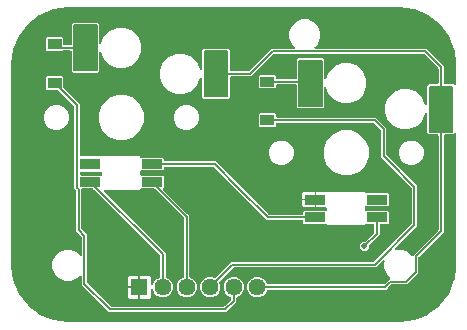
<source format=gbl>
G04 EAGLE Gerber RS-274X export*
G75*
%MOMM*%
%FSLAX34Y34*%
%LPD*%
%INBottom Copper*%
%IPPOS*%
%AMOC8*
5,1,8,0,0,1.08239X$1,22.5*%
G01*
G04 Define Apertures*
%ADD10R,1.220000X0.910000*%
%ADD11R,1.800000X0.820000*%
%ADD12C,0.166000*%
%ADD13R,1.440000X1.440000*%
%ADD14C,1.440000*%
%ADD15C,0.502400*%
%ADD16C,0.200000*%
%ADD17C,0.152400*%
G36*
X140631Y-173241D02*
X140500Y-173250D01*
X-140500Y-173250D01*
X-140631Y-173241D01*
X-152795Y-171640D01*
X-153047Y-171572D01*
X-164383Y-166877D01*
X-164609Y-166747D01*
X-174343Y-159277D01*
X-174527Y-159093D01*
X-181997Y-149359D01*
X-182127Y-149133D01*
X-186822Y-137797D01*
X-186890Y-137545D01*
X-188491Y-125381D01*
X-188500Y-125250D01*
X-188500Y45250D01*
X-188491Y45381D01*
X-186890Y57545D01*
X-186822Y57797D01*
X-182127Y69133D01*
X-181997Y69359D01*
X-174527Y79093D01*
X-174343Y79277D01*
X-164609Y86747D01*
X-164383Y86877D01*
X-153047Y91572D01*
X-152795Y91640D01*
X-140631Y93241D01*
X-140500Y93250D01*
X140500Y93250D01*
X140631Y93241D01*
X152795Y91640D01*
X153047Y91572D01*
X164383Y86877D01*
X164609Y86747D01*
X174343Y79277D01*
X174527Y79093D01*
X181997Y69359D01*
X182127Y69133D01*
X186822Y57797D01*
X186890Y57545D01*
X188491Y45381D01*
X188500Y45250D01*
X188500Y28224D01*
X188438Y27879D01*
X188229Y27540D01*
X187905Y27310D01*
X187516Y27224D01*
X187125Y27297D01*
X186793Y27517D01*
X186040Y28270D01*
X178895Y28270D01*
X178535Y28337D01*
X178199Y28552D01*
X177974Y28880D01*
X177895Y29270D01*
X177895Y43515D01*
X163140Y58270D01*
X69069Y58270D01*
X68723Y58332D01*
X68385Y58541D01*
X68155Y58865D01*
X68069Y59254D01*
X68142Y59645D01*
X68362Y59977D01*
X71021Y62636D01*
X73000Y67414D01*
X73000Y72586D01*
X71021Y77364D01*
X67364Y81021D01*
X62586Y83000D01*
X57414Y83000D01*
X52636Y81021D01*
X48979Y77364D01*
X47000Y72586D01*
X47000Y67414D01*
X48979Y62636D01*
X51638Y59977D01*
X51839Y59689D01*
X51931Y59302D01*
X51864Y58910D01*
X51649Y58574D01*
X51321Y58349D01*
X50931Y58270D01*
X31860Y58270D01*
X13153Y39563D01*
X12836Y39349D01*
X12446Y39270D01*
X-2230Y39270D01*
X-2591Y39337D01*
X-2926Y39552D01*
X-3151Y39880D01*
X-3230Y40270D01*
X-3230Y57040D01*
X-4460Y58270D01*
X-25290Y58270D01*
X-26520Y57040D01*
X-26520Y41232D01*
X-26579Y40894D01*
X-26785Y40554D01*
X-27108Y40321D01*
X-27496Y40233D01*
X-27888Y40302D01*
X-28221Y40520D01*
X-28444Y40850D01*
X-30838Y46630D01*
X-35620Y51412D01*
X-41868Y54000D01*
X-48632Y54000D01*
X-54880Y51412D01*
X-59662Y46630D01*
X-62250Y40382D01*
X-62250Y33618D01*
X-59662Y27370D01*
X-54880Y22588D01*
X-48632Y20000D01*
X-41868Y20000D01*
X-35620Y22588D01*
X-30838Y27370D01*
X-28444Y33150D01*
X-28260Y33440D01*
X-27939Y33676D01*
X-27552Y33767D01*
X-27160Y33700D01*
X-26824Y33486D01*
X-26599Y33158D01*
X-26520Y32768D01*
X-26520Y16960D01*
X-25290Y15730D01*
X-4460Y15730D01*
X-3230Y16960D01*
X-3230Y33730D01*
X-3163Y34091D01*
X-2948Y34426D01*
X-2620Y34651D01*
X-2230Y34730D01*
X14740Y34730D01*
X33447Y53437D01*
X33764Y53651D01*
X34154Y53730D01*
X160846Y53730D01*
X161221Y53657D01*
X161553Y53437D01*
X173062Y41928D01*
X173276Y41611D01*
X173355Y41221D01*
X173355Y29270D01*
X173288Y28910D01*
X173073Y28574D01*
X172745Y28349D01*
X172355Y28270D01*
X165210Y28270D01*
X163980Y27040D01*
X163980Y11232D01*
X163921Y10894D01*
X163715Y10554D01*
X163392Y10321D01*
X163004Y10233D01*
X162612Y10302D01*
X162279Y10520D01*
X162056Y10850D01*
X159662Y16630D01*
X154880Y21412D01*
X148632Y24000D01*
X141868Y24000D01*
X135620Y21412D01*
X130838Y16630D01*
X128250Y10382D01*
X128250Y3618D01*
X130838Y-2630D01*
X135620Y-7412D01*
X141868Y-10000D01*
X148632Y-10000D01*
X154880Y-7412D01*
X159662Y-2630D01*
X162056Y3150D01*
X162240Y3440D01*
X162561Y3676D01*
X162948Y3767D01*
X163341Y3700D01*
X163676Y3486D01*
X163901Y3158D01*
X163980Y2768D01*
X163980Y-13040D01*
X165210Y-14270D01*
X172355Y-14270D01*
X172716Y-14337D01*
X173051Y-14552D01*
X173276Y-14880D01*
X173355Y-15270D01*
X173355Y-95057D01*
X173282Y-95432D01*
X173062Y-95764D01*
X151938Y-116889D01*
X151635Y-117096D01*
X151247Y-117181D01*
X150855Y-117108D01*
X150523Y-116889D01*
X147864Y-114229D01*
X143086Y-112250D01*
X137914Y-112250D01*
X137516Y-112415D01*
X137181Y-112490D01*
X136788Y-112429D01*
X136449Y-112220D01*
X136219Y-111896D01*
X136134Y-111507D01*
X136207Y-111116D01*
X136426Y-110784D01*
X155170Y-92040D01*
X155170Y-57560D01*
X129363Y-31753D01*
X129149Y-31436D01*
X129070Y-31046D01*
X129070Y-8760D01*
X120330Y-20D01*
X36870Y-20D01*
X36510Y47D01*
X36174Y262D01*
X35949Y590D01*
X35870Y980D01*
X35870Y2786D01*
X35126Y3530D01*
X21874Y3530D01*
X21130Y2786D01*
X21130Y-7366D01*
X21874Y-8110D01*
X35126Y-8110D01*
X35870Y-7366D01*
X35870Y-5560D01*
X35937Y-5200D01*
X36152Y-4864D01*
X36480Y-4639D01*
X36870Y-4560D01*
X118036Y-4560D01*
X118411Y-4633D01*
X118743Y-4853D01*
X124237Y-10347D01*
X124451Y-10664D01*
X124530Y-11054D01*
X124530Y-33340D01*
X150337Y-59147D01*
X150551Y-59464D01*
X150630Y-59854D01*
X150630Y-89746D01*
X150557Y-90121D01*
X150337Y-90453D01*
X118653Y-122137D01*
X118336Y-122351D01*
X117946Y-122430D01*
X-2040Y-122430D01*
X-15315Y-135705D01*
X-15625Y-135915D01*
X-16014Y-135997D01*
X-16405Y-135921D01*
X-18315Y-135130D01*
X-21685Y-135130D01*
X-24798Y-136420D01*
X-27181Y-138802D01*
X-28470Y-141915D01*
X-28470Y-145285D01*
X-27181Y-148398D01*
X-24798Y-150781D01*
X-21685Y-152070D01*
X-18315Y-152070D01*
X-15202Y-150781D01*
X-12820Y-148398D01*
X-11530Y-145285D01*
X-11530Y-141915D01*
X-12321Y-140005D01*
X-12397Y-139638D01*
X-12324Y-139247D01*
X-12105Y-138915D01*
X-453Y-127263D01*
X-136Y-127049D01*
X254Y-126970D01*
X120240Y-126970D01*
X126034Y-121176D01*
X126315Y-120979D01*
X126701Y-120884D01*
X127094Y-120948D01*
X127431Y-121160D01*
X127659Y-121486D01*
X127741Y-121876D01*
X127665Y-122266D01*
X127500Y-122664D01*
X127500Y-127836D01*
X129479Y-132614D01*
X132139Y-135273D01*
X132346Y-135576D01*
X132431Y-135965D01*
X132358Y-136356D01*
X132139Y-136688D01*
X130363Y-138463D01*
X127789Y-141037D01*
X127472Y-141251D01*
X127082Y-141330D01*
X28896Y-141330D01*
X28528Y-141260D01*
X28194Y-141043D01*
X27972Y-140713D01*
X27181Y-138802D01*
X24798Y-136420D01*
X21685Y-135130D01*
X18315Y-135130D01*
X15202Y-136420D01*
X12820Y-138802D01*
X11530Y-141915D01*
X11530Y-145285D01*
X12820Y-148398D01*
X15202Y-150781D01*
X18315Y-152070D01*
X21685Y-152070D01*
X24798Y-150781D01*
X27181Y-148398D01*
X27972Y-146487D01*
X28178Y-146174D01*
X28506Y-145949D01*
X28896Y-145870D01*
X129040Y-145870D01*
X130389Y-144522D01*
X130443Y-144243D01*
X130663Y-143911D01*
X133237Y-141337D01*
X133554Y-141123D01*
X133944Y-141044D01*
X147042Y-141044D01*
X156294Y-131792D01*
X156294Y-118694D01*
X156367Y-118319D01*
X156587Y-117987D01*
X175936Y-98638D01*
X176253Y-98424D01*
X176546Y-98365D01*
X177895Y-97015D01*
X177895Y-15270D01*
X177962Y-14910D01*
X178177Y-14574D01*
X178505Y-14349D01*
X178895Y-14270D01*
X186040Y-14270D01*
X186793Y-13517D01*
X187081Y-13316D01*
X187468Y-13225D01*
X187861Y-13291D01*
X188196Y-13506D01*
X188421Y-13834D01*
X188500Y-14224D01*
X188500Y-125250D01*
X188491Y-125381D01*
X186890Y-137545D01*
X186822Y-137797D01*
X182127Y-149133D01*
X181997Y-149359D01*
X174527Y-159093D01*
X174343Y-159277D01*
X164609Y-166747D01*
X164383Y-166877D01*
X153047Y-171572D01*
X152795Y-171640D01*
X140631Y-173241D01*
G37*
%LPC*%
G36*
X-136040Y37730D02*
X-115210Y37730D01*
X-113980Y38960D01*
X-113980Y54768D01*
X-113921Y55106D01*
X-113715Y55446D01*
X-113392Y55679D01*
X-113004Y55767D01*
X-112612Y55698D01*
X-112279Y55480D01*
X-112056Y55150D01*
X-109662Y49370D01*
X-104880Y44588D01*
X-98632Y42000D01*
X-91868Y42000D01*
X-85620Y44588D01*
X-80838Y49370D01*
X-78250Y55618D01*
X-78250Y62382D01*
X-80838Y68630D01*
X-85620Y73412D01*
X-91868Y76000D01*
X-98632Y76000D01*
X-104880Y73412D01*
X-109662Y68630D01*
X-112056Y62850D01*
X-112240Y62560D01*
X-112561Y62324D01*
X-112948Y62233D01*
X-113341Y62300D01*
X-113676Y62514D01*
X-113901Y62842D01*
X-113980Y63232D01*
X-113980Y79040D01*
X-115210Y80270D01*
X-136040Y80270D01*
X-137270Y79040D01*
X-137270Y62270D01*
X-137337Y61910D01*
X-137552Y61574D01*
X-137880Y61349D01*
X-138270Y61270D01*
X-143330Y61270D01*
X-143691Y61337D01*
X-144026Y61552D01*
X-144251Y61880D01*
X-144330Y62270D01*
X-144330Y67266D01*
X-145074Y68010D01*
X-158326Y68010D01*
X-159070Y67266D01*
X-159070Y57114D01*
X-158326Y56370D01*
X-145074Y56370D01*
X-145007Y56437D01*
X-144690Y56651D01*
X-144300Y56730D01*
X-138270Y56730D01*
X-137910Y56663D01*
X-137574Y56448D01*
X-137349Y56120D01*
X-137270Y55730D01*
X-137270Y38960D01*
X-136040Y37730D01*
G37*
G36*
X54460Y7730D02*
X75290Y7730D01*
X76520Y8960D01*
X76520Y24768D01*
X76579Y25106D01*
X76785Y25446D01*
X77108Y25679D01*
X77496Y25767D01*
X77888Y25698D01*
X78221Y25480D01*
X78444Y25150D01*
X80838Y19370D01*
X85620Y14588D01*
X91868Y12000D01*
X98632Y12000D01*
X104880Y14588D01*
X109662Y19370D01*
X112250Y25618D01*
X112250Y32382D01*
X109662Y38630D01*
X104880Y43412D01*
X98632Y46000D01*
X91868Y46000D01*
X85620Y43412D01*
X80838Y38630D01*
X78444Y32850D01*
X78260Y32560D01*
X77939Y32324D01*
X77552Y32233D01*
X77160Y32300D01*
X76824Y32514D01*
X76599Y32842D01*
X76520Y33232D01*
X76520Y49040D01*
X75290Y50270D01*
X54460Y50270D01*
X53230Y49040D01*
X53230Y33680D01*
X53163Y33320D01*
X52948Y32984D01*
X52620Y32759D01*
X52230Y32680D01*
X36870Y32680D01*
X36510Y32747D01*
X36174Y32962D01*
X35949Y33290D01*
X35870Y33680D01*
X35870Y35486D01*
X35126Y36230D01*
X21874Y36230D01*
X21130Y35486D01*
X21130Y25334D01*
X21874Y24590D01*
X35126Y24590D01*
X35870Y25334D01*
X35870Y27140D01*
X35937Y27501D01*
X36152Y27836D01*
X36480Y28061D01*
X36870Y28140D01*
X52230Y28140D01*
X52591Y28073D01*
X52926Y27858D01*
X53151Y27530D01*
X53230Y27140D01*
X53230Y8960D01*
X54460Y7730D01*
G37*
G36*
X-105740Y-164570D02*
X-6160Y-164570D01*
X2270Y-156140D01*
X2270Y-152496D01*
X2340Y-152128D01*
X2557Y-151794D01*
X2887Y-151572D01*
X4798Y-150781D01*
X7181Y-148398D01*
X8470Y-145285D01*
X8470Y-141915D01*
X7181Y-138802D01*
X4798Y-136420D01*
X1685Y-135130D01*
X-1685Y-135130D01*
X-4798Y-136420D01*
X-7181Y-138802D01*
X-8470Y-141915D01*
X-8470Y-145285D01*
X-7181Y-148398D01*
X-4798Y-150781D01*
X-2887Y-151572D01*
X-2574Y-151778D01*
X-2349Y-152106D01*
X-2270Y-152496D01*
X-2270Y-153846D01*
X-2343Y-154221D01*
X-2563Y-154553D01*
X-7747Y-159737D01*
X-8064Y-159951D01*
X-8454Y-160030D01*
X-103446Y-160030D01*
X-103821Y-159957D01*
X-104153Y-159737D01*
X-123937Y-139953D01*
X-124151Y-139636D01*
X-124230Y-139246D01*
X-124230Y-99160D01*
X-128837Y-94553D01*
X-129051Y-94236D01*
X-129130Y-93846D01*
X-129130Y-60870D01*
X-129063Y-60510D01*
X-128848Y-60174D01*
X-128520Y-59949D01*
X-128130Y-59870D01*
X-119605Y-59870D01*
X-119230Y-59943D01*
X-118898Y-60163D01*
X-62563Y-116498D01*
X-62349Y-116815D01*
X-62270Y-117205D01*
X-62270Y-134704D01*
X-62340Y-135072D01*
X-62557Y-135406D01*
X-62887Y-135628D01*
X-64798Y-136420D01*
X-67181Y-138802D01*
X-68336Y-141592D01*
X-68520Y-141882D01*
X-68841Y-142117D01*
X-69228Y-142209D01*
X-69621Y-142142D01*
X-69956Y-141928D01*
X-70181Y-141599D01*
X-70260Y-141209D01*
X-70260Y-135348D01*
X-71748Y-133860D01*
X-79238Y-133860D01*
X-79238Y-153340D01*
X-71748Y-153340D01*
X-70260Y-151852D01*
X-70260Y-145991D01*
X-70201Y-145653D01*
X-69995Y-145312D01*
X-69672Y-145079D01*
X-69284Y-144991D01*
X-68892Y-145061D01*
X-68559Y-145278D01*
X-68336Y-145608D01*
X-67181Y-148398D01*
X-64798Y-150781D01*
X-61685Y-152070D01*
X-58315Y-152070D01*
X-55202Y-150781D01*
X-52820Y-148398D01*
X-51530Y-145285D01*
X-51530Y-141915D01*
X-52820Y-138802D01*
X-55202Y-136420D01*
X-57113Y-135628D01*
X-57426Y-135423D01*
X-57651Y-135094D01*
X-57730Y-134704D01*
X-57730Y-114911D01*
X-109934Y-62707D01*
X-110134Y-62419D01*
X-110226Y-62032D01*
X-110159Y-61640D01*
X-109945Y-61304D01*
X-109617Y-61079D01*
X-109227Y-61000D01*
X-79351Y-61000D01*
X-79351Y-60870D01*
X-79284Y-60510D01*
X-79069Y-60174D01*
X-78741Y-59949D01*
X-78351Y-59870D01*
X-67605Y-59870D01*
X-67230Y-59943D01*
X-66898Y-60163D01*
X-42563Y-84498D01*
X-42349Y-84815D01*
X-42270Y-85205D01*
X-42270Y-134704D01*
X-42340Y-135072D01*
X-42557Y-135406D01*
X-42887Y-135628D01*
X-44798Y-136420D01*
X-47181Y-138802D01*
X-48470Y-141915D01*
X-48470Y-145285D01*
X-47181Y-148398D01*
X-44798Y-150781D01*
X-41685Y-152070D01*
X-38315Y-152070D01*
X-35202Y-150781D01*
X-32820Y-148398D01*
X-31530Y-145285D01*
X-31530Y-141915D01*
X-32820Y-138802D01*
X-35202Y-136420D01*
X-37113Y-135628D01*
X-37426Y-135423D01*
X-37651Y-135094D01*
X-37730Y-134704D01*
X-37730Y-82911D01*
X-39353Y-81288D01*
X-59591Y-61050D01*
X-59798Y-60748D01*
X-59884Y-60359D01*
X-59811Y-59968D01*
X-59591Y-59636D01*
X-59081Y-59126D01*
X-59081Y-49874D01*
X-59825Y-49130D01*
X-78351Y-49130D01*
X-78712Y-49063D01*
X-79047Y-48848D01*
X-79272Y-48520D01*
X-79351Y-48130D01*
X-79351Y-45870D01*
X-79284Y-45510D01*
X-79069Y-45174D01*
X-78741Y-44949D01*
X-78351Y-44870D01*
X-59825Y-44870D01*
X-59081Y-44126D01*
X-59081Y-42770D01*
X-59014Y-42410D01*
X-58799Y-42074D01*
X-58471Y-41849D01*
X-58081Y-41770D01*
X-17654Y-41770D01*
X-17279Y-41843D01*
X-16947Y-42063D01*
X27760Y-86770D01*
X57879Y-86770D01*
X58240Y-86837D01*
X58575Y-87052D01*
X58800Y-87380D01*
X58879Y-87770D01*
X58879Y-89126D01*
X59623Y-89870D01*
X78149Y-89870D01*
X78510Y-89937D01*
X78845Y-90152D01*
X79070Y-90480D01*
X79149Y-90870D01*
X79149Y-91000D01*
X111149Y-91000D01*
X111149Y-90870D01*
X111216Y-90510D01*
X111431Y-90174D01*
X111759Y-89949D01*
X112149Y-89870D01*
X117879Y-89870D01*
X118240Y-89937D01*
X118575Y-90152D01*
X118800Y-90480D01*
X118879Y-90870D01*
X118879Y-96997D01*
X118806Y-97372D01*
X118586Y-97704D01*
X111265Y-105025D01*
X110948Y-105239D01*
X110558Y-105318D01*
X108833Y-105318D01*
X106618Y-107533D01*
X106618Y-110667D01*
X108833Y-112882D01*
X111967Y-112882D01*
X114182Y-110667D01*
X114182Y-108942D01*
X114255Y-108567D01*
X114475Y-108235D01*
X123419Y-99291D01*
X123419Y-90870D01*
X123486Y-90510D01*
X123701Y-90174D01*
X124029Y-89949D01*
X124419Y-89870D01*
X130675Y-89870D01*
X131419Y-89126D01*
X131419Y-79874D01*
X130675Y-79130D01*
X112149Y-79130D01*
X111789Y-79063D01*
X111453Y-78848D01*
X111228Y-78520D01*
X111149Y-78130D01*
X111149Y-75870D01*
X111216Y-75510D01*
X111431Y-75174D01*
X111759Y-74949D01*
X112149Y-74870D01*
X130675Y-74870D01*
X131419Y-74126D01*
X131419Y-64874D01*
X130675Y-64130D01*
X112149Y-64130D01*
X111789Y-64063D01*
X111453Y-63848D01*
X111228Y-63520D01*
X111149Y-63130D01*
X111149Y-63000D01*
X79755Y-63000D01*
X79380Y-62927D01*
X79279Y-62860D01*
X69911Y-62860D01*
X69911Y-76140D01*
X78149Y-76140D01*
X78510Y-76207D01*
X78845Y-76422D01*
X79070Y-76750D01*
X79149Y-77140D01*
X79149Y-78130D01*
X79082Y-78491D01*
X78867Y-78826D01*
X78539Y-79051D01*
X78149Y-79130D01*
X59623Y-79130D01*
X58879Y-79874D01*
X58879Y-81230D01*
X58812Y-81591D01*
X58597Y-81926D01*
X58269Y-82151D01*
X57879Y-82230D01*
X30054Y-82230D01*
X29679Y-82157D01*
X29347Y-81937D01*
X-15360Y-37230D01*
X-58081Y-37230D01*
X-58442Y-37163D01*
X-58777Y-36948D01*
X-59002Y-36620D01*
X-59081Y-36230D01*
X-59081Y-34874D01*
X-59825Y-34130D01*
X-78351Y-34130D01*
X-78712Y-34063D01*
X-79047Y-33848D01*
X-79272Y-33520D01*
X-79351Y-33130D01*
X-79351Y-33000D01*
X-110745Y-33000D01*
X-111120Y-32927D01*
X-111221Y-32860D01*
X-120589Y-32860D01*
X-120589Y-46140D01*
X-112351Y-46140D01*
X-111991Y-46207D01*
X-111655Y-46422D01*
X-111430Y-46750D01*
X-111351Y-47140D01*
X-111351Y-48130D01*
X-111418Y-48491D01*
X-111633Y-48826D01*
X-111961Y-49051D01*
X-112351Y-49130D01*
X-129351Y-49130D01*
X-129712Y-49063D01*
X-130047Y-48848D01*
X-130272Y-48520D01*
X-130351Y-48130D01*
X-130351Y-47140D01*
X-130284Y-46780D01*
X-130069Y-46444D01*
X-129741Y-46219D01*
X-129351Y-46140D01*
X-122113Y-46140D01*
X-122113Y-32860D01*
X-129351Y-32860D01*
X-129712Y-32793D01*
X-130047Y-32578D01*
X-130272Y-32250D01*
X-130351Y-31860D01*
X-130351Y11351D01*
X-144037Y25037D01*
X-144251Y25354D01*
X-144330Y25744D01*
X-144330Y34566D01*
X-145074Y35310D01*
X-158326Y35310D01*
X-159070Y34566D01*
X-159070Y24414D01*
X-158326Y23670D01*
X-149504Y23670D01*
X-149129Y23597D01*
X-148797Y23377D01*
X-135184Y9764D01*
X-134970Y9447D01*
X-134891Y9057D01*
X-134891Y-60481D01*
X-133963Y-61409D01*
X-133749Y-61726D01*
X-133670Y-62116D01*
X-133670Y-96140D01*
X-129063Y-100747D01*
X-128849Y-101064D01*
X-128770Y-101454D01*
X-128770Y-116181D01*
X-128832Y-116527D01*
X-129041Y-116865D01*
X-129365Y-117095D01*
X-129754Y-117181D01*
X-130145Y-117108D01*
X-130477Y-116888D01*
X-133136Y-114229D01*
X-137914Y-112250D01*
X-143086Y-112250D01*
X-147864Y-114229D01*
X-151521Y-117886D01*
X-153500Y-122664D01*
X-153500Y-127836D01*
X-151521Y-132614D01*
X-147864Y-136271D01*
X-143086Y-138250D01*
X-137914Y-138250D01*
X-133136Y-136271D01*
X-130477Y-133612D01*
X-130189Y-133411D01*
X-129802Y-133320D01*
X-129410Y-133386D01*
X-129074Y-133601D01*
X-128849Y-133929D01*
X-128770Y-134319D01*
X-128770Y-141540D01*
X-105740Y-164570D01*
G37*
G36*
X-99029Y-19000D02*
X-91471Y-19000D01*
X-84487Y-16107D01*
X-79143Y-10763D01*
X-76250Y-3779D01*
X-76250Y3779D01*
X-79143Y10763D01*
X-84487Y16107D01*
X-91471Y19000D01*
X-99029Y19000D01*
X-106013Y16107D01*
X-111357Y10763D01*
X-114250Y3779D01*
X-114250Y-3779D01*
X-111357Y-10763D01*
X-106013Y-16107D01*
X-99029Y-19000D01*
G37*
G36*
X-42339Y-10500D02*
X-38161Y-10500D01*
X-34302Y-8901D01*
X-31349Y-5948D01*
X-29750Y-2089D01*
X-29750Y2089D01*
X-31349Y5948D01*
X-34302Y8901D01*
X-38161Y10500D01*
X-42339Y10500D01*
X-46198Y8901D01*
X-49151Y5948D01*
X-50750Y2089D01*
X-50750Y-2089D01*
X-49151Y-5948D01*
X-46198Y-8901D01*
X-42339Y-10500D01*
G37*
G36*
X-152339Y-10500D02*
X-148161Y-10500D01*
X-144302Y-8901D01*
X-141349Y-5948D01*
X-139750Y-2089D01*
X-139750Y2089D01*
X-141349Y5948D01*
X-144302Y8901D01*
X-148161Y10500D01*
X-152339Y10500D01*
X-156198Y8901D01*
X-159151Y5948D01*
X-160750Y2089D01*
X-160750Y-2089D01*
X-159151Y-5948D01*
X-156198Y-8901D01*
X-152339Y-10500D01*
G37*
G36*
X91471Y-49000D02*
X99029Y-49000D01*
X106013Y-46107D01*
X111357Y-40763D01*
X114250Y-33779D01*
X114250Y-26221D01*
X111357Y-19237D01*
X106013Y-13893D01*
X99029Y-11000D01*
X91471Y-11000D01*
X84487Y-13893D01*
X79143Y-19237D01*
X76250Y-26221D01*
X76250Y-33779D01*
X79143Y-40763D01*
X84487Y-46107D01*
X91471Y-49000D01*
G37*
G36*
X148161Y-40500D02*
X152339Y-40500D01*
X156198Y-38901D01*
X159151Y-35948D01*
X160750Y-32089D01*
X160750Y-27911D01*
X159151Y-24052D01*
X156198Y-21099D01*
X152339Y-19500D01*
X148161Y-19500D01*
X144302Y-21099D01*
X141349Y-24052D01*
X139750Y-27911D01*
X139750Y-32089D01*
X141349Y-35948D01*
X144302Y-38901D01*
X148161Y-40500D01*
G37*
G36*
X38161Y-40500D02*
X42339Y-40500D01*
X46198Y-38901D01*
X49151Y-35948D01*
X50750Y-32089D01*
X50750Y-27911D01*
X49151Y-24052D01*
X46198Y-21099D01*
X42339Y-19500D01*
X38161Y-19500D01*
X34302Y-21099D01*
X31349Y-24052D01*
X29750Y-27911D01*
X29750Y-32089D01*
X31349Y-35948D01*
X34302Y-38901D01*
X38161Y-40500D01*
G37*
G36*
X57609Y-68738D02*
X68387Y-68738D01*
X68387Y-62860D01*
X59097Y-62860D01*
X57609Y-64348D01*
X57609Y-68738D01*
G37*
G36*
X59097Y-76140D02*
X68387Y-76140D01*
X68387Y-70262D01*
X57609Y-70262D01*
X57609Y-74652D01*
X59097Y-76140D01*
G37*
G36*
X-89740Y-142838D02*
X-80762Y-142838D01*
X-80762Y-133860D01*
X-88252Y-133860D01*
X-89740Y-135348D01*
X-89740Y-142838D01*
G37*
G36*
X-88252Y-153340D02*
X-80762Y-153340D01*
X-80762Y-144362D01*
X-89740Y-144362D01*
X-89740Y-151852D01*
X-88252Y-153340D01*
G37*
%LPD*%
D10*
X-151700Y29490D03*
X-151700Y62190D03*
X28500Y-2290D03*
X28500Y30410D03*
D11*
X-121351Y-54500D03*
X-121351Y-39500D03*
X-69351Y-39500D03*
X-69351Y-54500D03*
X69149Y-84500D03*
X69149Y-69500D03*
X121149Y-69500D03*
X121149Y-84500D03*
D12*
X-5330Y17830D02*
X-24420Y17830D01*
X-24420Y56170D01*
X-5330Y56170D01*
X-5330Y17830D01*
X-5330Y19407D02*
X-24420Y19407D01*
X-24420Y20984D02*
X-5330Y20984D01*
X-5330Y22561D02*
X-24420Y22561D01*
X-24420Y24138D02*
X-5330Y24138D01*
X-5330Y25715D02*
X-24420Y25715D01*
X-24420Y27292D02*
X-5330Y27292D01*
X-5330Y28869D02*
X-24420Y28869D01*
X-24420Y30446D02*
X-5330Y30446D01*
X-5330Y32023D02*
X-24420Y32023D01*
X-24420Y33600D02*
X-5330Y33600D01*
X-5330Y35177D02*
X-24420Y35177D01*
X-24420Y36754D02*
X-5330Y36754D01*
X-5330Y38331D02*
X-24420Y38331D01*
X-24420Y39908D02*
X-5330Y39908D01*
X-5330Y41485D02*
X-24420Y41485D01*
X-24420Y43062D02*
X-5330Y43062D01*
X-5330Y44639D02*
X-24420Y44639D01*
X-24420Y46216D02*
X-5330Y46216D01*
X-5330Y47793D02*
X-24420Y47793D01*
X-24420Y49370D02*
X-5330Y49370D01*
X-5330Y50947D02*
X-24420Y50947D01*
X-24420Y52524D02*
X-5330Y52524D01*
X-5330Y54101D02*
X-24420Y54101D01*
X-24420Y55678D02*
X-5330Y55678D01*
X-116080Y39830D02*
X-135170Y39830D01*
X-135170Y78170D01*
X-116080Y78170D01*
X-116080Y39830D01*
X-116080Y41407D02*
X-135170Y41407D01*
X-135170Y42984D02*
X-116080Y42984D01*
X-116080Y44561D02*
X-135170Y44561D01*
X-135170Y46138D02*
X-116080Y46138D01*
X-116080Y47715D02*
X-135170Y47715D01*
X-135170Y49292D02*
X-116080Y49292D01*
X-116080Y50869D02*
X-135170Y50869D01*
X-135170Y52446D02*
X-116080Y52446D01*
X-116080Y54023D02*
X-135170Y54023D01*
X-135170Y55600D02*
X-116080Y55600D01*
X-116080Y57177D02*
X-135170Y57177D01*
X-135170Y58754D02*
X-116080Y58754D01*
X-116080Y60331D02*
X-135170Y60331D01*
X-135170Y61908D02*
X-116080Y61908D01*
X-116080Y63485D02*
X-135170Y63485D01*
X-135170Y65062D02*
X-116080Y65062D01*
X-116080Y66639D02*
X-135170Y66639D01*
X-135170Y68216D02*
X-116080Y68216D01*
X-116080Y69793D02*
X-135170Y69793D01*
X-135170Y71370D02*
X-116080Y71370D01*
X-116080Y72947D02*
X-135170Y72947D01*
X-135170Y74524D02*
X-116080Y74524D01*
X-116080Y76101D02*
X-135170Y76101D01*
X-135170Y77678D02*
X-116080Y77678D01*
X166080Y-12170D02*
X185170Y-12170D01*
X166080Y-12170D02*
X166080Y26170D01*
X185170Y26170D01*
X185170Y-12170D01*
X185170Y-10593D02*
X166080Y-10593D01*
X166080Y-9016D02*
X185170Y-9016D01*
X185170Y-7439D02*
X166080Y-7439D01*
X166080Y-5862D02*
X185170Y-5862D01*
X185170Y-4285D02*
X166080Y-4285D01*
X166080Y-2708D02*
X185170Y-2708D01*
X185170Y-1131D02*
X166080Y-1131D01*
X166080Y446D02*
X185170Y446D01*
X185170Y2023D02*
X166080Y2023D01*
X166080Y3600D02*
X185170Y3600D01*
X185170Y5177D02*
X166080Y5177D01*
X166080Y6754D02*
X185170Y6754D01*
X185170Y8331D02*
X166080Y8331D01*
X166080Y9908D02*
X185170Y9908D01*
X185170Y11485D02*
X166080Y11485D01*
X166080Y13062D02*
X185170Y13062D01*
X185170Y14639D02*
X166080Y14639D01*
X166080Y16216D02*
X185170Y16216D01*
X185170Y17793D02*
X166080Y17793D01*
X166080Y19370D02*
X185170Y19370D01*
X185170Y20947D02*
X166080Y20947D01*
X166080Y22524D02*
X185170Y22524D01*
X185170Y24101D02*
X166080Y24101D01*
X166080Y25678D02*
X185170Y25678D01*
X74420Y9830D02*
X55330Y9830D01*
X55330Y48170D01*
X74420Y48170D01*
X74420Y9830D01*
X74420Y11407D02*
X55330Y11407D01*
X55330Y12984D02*
X74420Y12984D01*
X74420Y14561D02*
X55330Y14561D01*
X55330Y16138D02*
X74420Y16138D01*
X74420Y17715D02*
X55330Y17715D01*
X55330Y19292D02*
X74420Y19292D01*
X74420Y20869D02*
X55330Y20869D01*
X55330Y22446D02*
X74420Y22446D01*
X74420Y24023D02*
X55330Y24023D01*
X55330Y25600D02*
X74420Y25600D01*
X74420Y27177D02*
X55330Y27177D01*
X55330Y28754D02*
X74420Y28754D01*
X74420Y30331D02*
X55330Y30331D01*
X55330Y31908D02*
X74420Y31908D01*
X74420Y33485D02*
X55330Y33485D01*
X55330Y35062D02*
X74420Y35062D01*
X74420Y36639D02*
X55330Y36639D01*
X55330Y38216D02*
X74420Y38216D01*
X74420Y39793D02*
X55330Y39793D01*
X55330Y41370D02*
X74420Y41370D01*
X74420Y42947D02*
X55330Y42947D01*
X55330Y44524D02*
X74420Y44524D01*
X74420Y46101D02*
X55330Y46101D01*
X55330Y47678D02*
X74420Y47678D01*
D13*
X-80000Y-143600D03*
D14*
X-60000Y-143600D03*
X-40000Y-143600D03*
X-20000Y-143600D03*
X0Y-143600D03*
X20000Y-143600D03*
D15*
X-170700Y-123300D03*
X171300Y-149200D03*
X135200Y81200D03*
X-172200Y44100D03*
X-62100Y-17100D03*
X63400Y-15100D03*
X48600Y49300D03*
X5800Y55700D03*
X82100Y-113882D03*
X156500Y-143400D03*
X-109800Y-110200D03*
D16*
X-125625Y59000D02*
X-148510Y59000D01*
X-151700Y62190D01*
X28500Y30410D02*
X63465Y30410D01*
X64875Y29000D01*
X-16300Y-39500D02*
X-69351Y-39500D01*
X-16300Y-39500D02*
X3800Y-59600D01*
X28700Y-84500D01*
X69149Y-84500D01*
X-60000Y-115851D02*
X-121351Y-54500D01*
X-60000Y-115851D02*
X-60000Y-143600D01*
X-20000Y-143600D02*
X-1100Y-124700D01*
X119300Y-124700D01*
X152900Y-91100D01*
X152900Y-75900D01*
X152900Y-58500D01*
X132200Y-37800D01*
X126800Y-32400D01*
X126800Y-9700D01*
X119390Y-2290D01*
X28500Y-2290D01*
X-131400Y-60761D02*
X-132621Y-59540D01*
X-131400Y-60761D02*
X-131400Y-95200D01*
X-132621Y10411D02*
X-151700Y29490D01*
X-132621Y10411D02*
X-132621Y-59540D01*
X-104800Y-162300D02*
X-7100Y-162300D01*
X0Y-155200D01*
X0Y-143600D01*
X-126500Y-100100D02*
X-131400Y-95200D01*
X-126500Y-100100D02*
X-126500Y-140600D01*
X-104800Y-162300D01*
X-14875Y37000D02*
X13800Y37000D01*
X32800Y56000D01*
X162200Y56000D01*
X171500Y46700D01*
X175625Y42575D01*
X175625Y7000D01*
X175625Y-96075D01*
X128100Y-143600D02*
X20000Y-143600D01*
D17*
X146200Y-139012D02*
X154262Y-130950D01*
X132688Y-139012D02*
X128100Y-143600D01*
X154262Y-117438D02*
X175625Y-96075D01*
X146200Y-139012D02*
X132688Y-139012D01*
X154262Y-130950D02*
X154262Y-117438D01*
D15*
X110400Y-109100D03*
D16*
X121149Y-98351D01*
X121149Y-84500D01*
X-40000Y-83851D02*
X-40000Y-143600D01*
X-40000Y-83851D02*
X-69351Y-54500D01*
M02*

</source>
